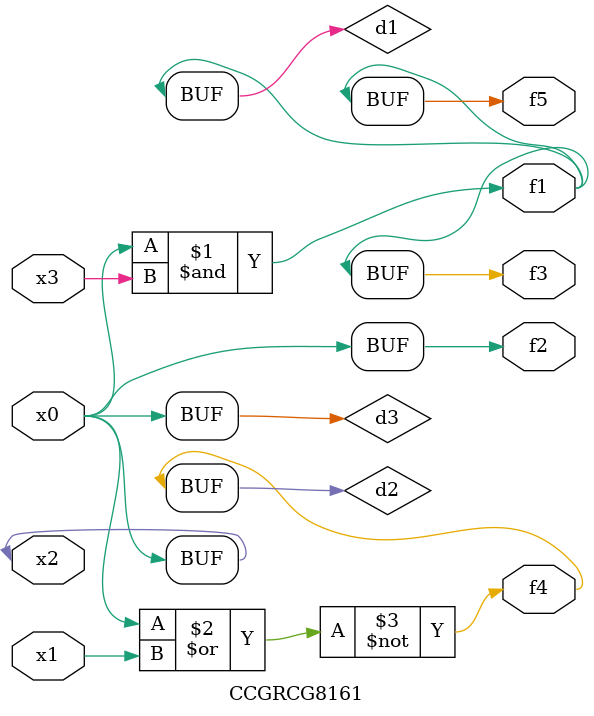
<source format=v>
module CCGRCG8161(
	input x0, x1, x2, x3,
	output f1, f2, f3, f4, f5
);

	wire d1, d2, d3;

	and (d1, x2, x3);
	nor (d2, x0, x1);
	buf (d3, x0, x2);
	assign f1 = d1;
	assign f2 = d3;
	assign f3 = d1;
	assign f4 = d2;
	assign f5 = d1;
endmodule

</source>
